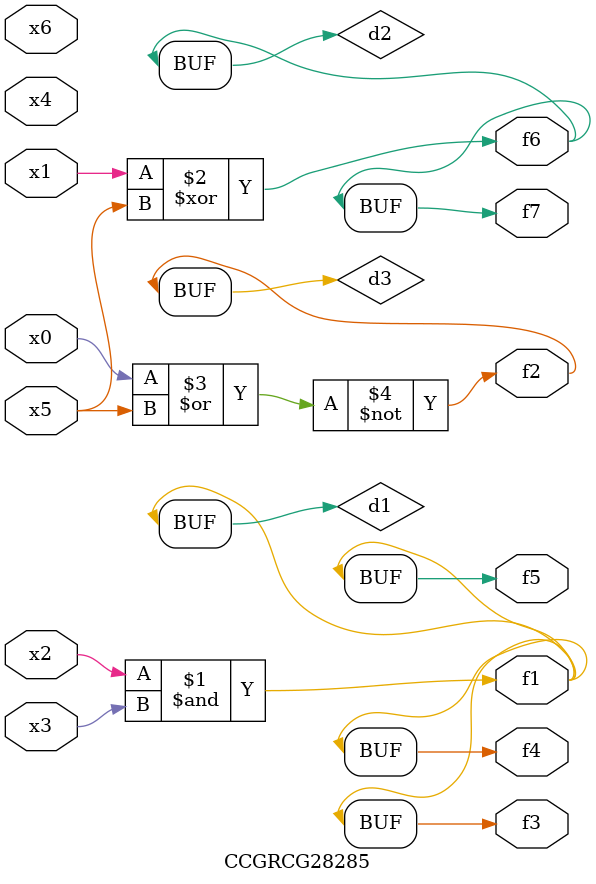
<source format=v>
module CCGRCG28285(
	input x0, x1, x2, x3, x4, x5, x6,
	output f1, f2, f3, f4, f5, f6, f7
);

	wire d1, d2, d3;

	and (d1, x2, x3);
	xor (d2, x1, x5);
	nor (d3, x0, x5);
	assign f1 = d1;
	assign f2 = d3;
	assign f3 = d1;
	assign f4 = d1;
	assign f5 = d1;
	assign f6 = d2;
	assign f7 = d2;
endmodule

</source>
